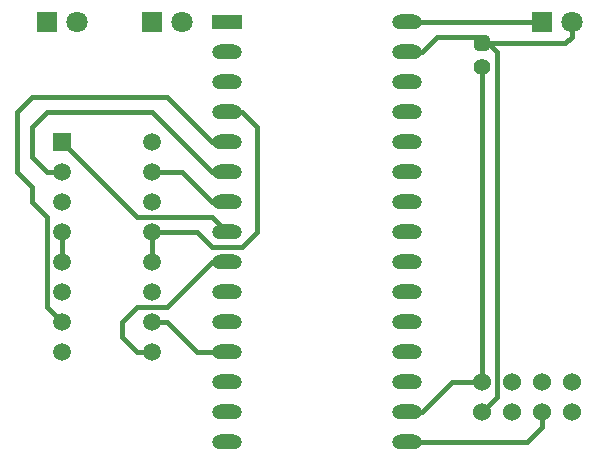
<source format=gtl>
G04 Layer_Physical_Order=1*
G04 Layer_Color=25308*
%FSLAX25Y25*%
%MOIN*%
G70*
G01*
G75*
%ADD10C,0.01772*%
%ADD11C,0.05906*%
%ADD12R,0.05906X0.05906*%
%ADD13R,0.07087X0.07087*%
%ADD14C,0.07087*%
G04:AMPARAMS|DCode=15|XSize=55.12mil|YSize=55.12mil|CornerRadius=16.54mil|HoleSize=0mil|Usage=FLASHONLY|Rotation=90.000|XOffset=0mil|YOffset=0mil|HoleType=Round|Shape=RoundedRectangle|*
%AMROUNDEDRECTD15*
21,1,0.05512,0.02205,0,0,90.0*
21,1,0.02205,0.05512,0,0,90.0*
1,1,0.03307,0.01102,0.01102*
1,1,0.03307,0.01102,-0.01102*
1,1,0.03307,-0.01102,-0.01102*
1,1,0.03307,-0.01102,0.01102*
%
%ADD15ROUNDEDRECTD15*%
%ADD16C,0.05512*%
%ADD17R,0.10000X0.05000*%
%ADD18O,0.10000X0.05000*%
%ADD19C,0.06000*%
D10*
X310000Y400000D02*
X355000D01*
X337126Y392874D02*
X362874D01*
X335000D02*
X337126D01*
X365000Y395000D02*
Y400000D01*
X362874Y392874D02*
X365000Y395000D01*
X335000Y280000D02*
Y385000D01*
X332874Y395000D02*
X335000Y392874D01*
X320000Y395000D02*
X332874D01*
X315000Y390000D02*
X320000Y395000D01*
X310000Y390000D02*
X315000D01*
X337126Y392874D02*
X340000Y390000D01*
Y275000D02*
Y390000D01*
X335000Y270000D02*
X340000Y275000D01*
X310000Y270000D02*
X315000D01*
X325000Y280000D01*
X335000D01*
X310000Y260000D02*
X350000D01*
X355000Y265000D01*
Y270000D01*
X240000Y290000D02*
X250000D01*
X230000Y300000D02*
X240000Y290000D01*
X225000Y300000D02*
X230000D01*
X245000Y320000D02*
X250000D01*
X230000Y305000D02*
X245000Y320000D01*
X220000Y305000D02*
X230000D01*
X215000Y300000D02*
X220000Y305000D01*
X215000Y295000D02*
Y300000D01*
Y295000D02*
X220000Y290000D01*
X225000D01*
X245000Y360000D02*
X250000D01*
X230000Y375000D02*
X245000Y360000D01*
X185000Y375000D02*
X230000D01*
X180000Y370000D02*
X185000Y375000D01*
X180000Y350000D02*
Y370000D01*
Y350000D02*
X185000Y345000D01*
Y340000D02*
Y345000D01*
Y340000D02*
X190000Y335000D01*
Y305000D02*
Y335000D01*
Y305000D02*
X195000Y300000D01*
X225000Y320000D02*
Y330000D01*
X195000Y320000D02*
Y330000D01*
X245000Y340000D02*
X250000D01*
X235000Y350000D02*
X245000Y340000D01*
X225000Y350000D02*
X235000D01*
X245000D02*
X250000D01*
X225000Y370000D02*
X245000Y350000D01*
X190000Y370000D02*
X225000D01*
X185000Y365000D02*
X190000Y370000D01*
X185000Y355000D02*
Y365000D01*
Y355000D02*
X190000Y350000D01*
X195000D01*
X245000Y335000D02*
X250000Y330000D01*
X220000Y335000D02*
X245000D01*
X195000Y360000D02*
X220000Y335000D01*
X250000Y370000D02*
X255000D01*
X260000Y365000D01*
Y330000D02*
Y365000D01*
X255000Y325000D02*
X260000Y330000D01*
X245000Y325000D02*
X255000D01*
X240000Y330000D02*
X245000Y325000D01*
X225000Y330000D02*
X240000D01*
D11*
X225000Y290000D02*
D03*
Y300000D02*
D03*
Y310000D02*
D03*
Y320000D02*
D03*
Y330000D02*
D03*
Y340000D02*
D03*
Y350000D02*
D03*
Y360000D02*
D03*
X195000Y290000D02*
D03*
Y300000D02*
D03*
Y310000D02*
D03*
Y320000D02*
D03*
Y330000D02*
D03*
Y340000D02*
D03*
Y350000D02*
D03*
D12*
Y360000D02*
D03*
D13*
X355000Y400000D02*
D03*
X225000D02*
D03*
X190000D02*
D03*
D14*
X365000D02*
D03*
X235000D02*
D03*
X200000D02*
D03*
D15*
X335000Y392874D02*
D03*
D16*
Y385000D02*
D03*
D17*
X250000Y400000D02*
D03*
D18*
Y390000D02*
D03*
Y380000D02*
D03*
Y370000D02*
D03*
Y360000D02*
D03*
Y350000D02*
D03*
Y340000D02*
D03*
Y330000D02*
D03*
Y320000D02*
D03*
Y310000D02*
D03*
Y300000D02*
D03*
Y290000D02*
D03*
Y280000D02*
D03*
Y270000D02*
D03*
Y260000D02*
D03*
X310000Y400000D02*
D03*
Y390000D02*
D03*
Y380000D02*
D03*
Y370000D02*
D03*
Y360000D02*
D03*
Y350000D02*
D03*
Y340000D02*
D03*
Y330000D02*
D03*
Y320000D02*
D03*
Y310000D02*
D03*
Y300000D02*
D03*
Y290000D02*
D03*
Y280000D02*
D03*
Y270000D02*
D03*
Y260000D02*
D03*
D19*
X365000Y270000D02*
D03*
Y280000D02*
D03*
X355000Y270000D02*
D03*
Y280000D02*
D03*
X345000Y270000D02*
D03*
Y280000D02*
D03*
X335000Y270000D02*
D03*
Y280000D02*
D03*
M02*

</source>
